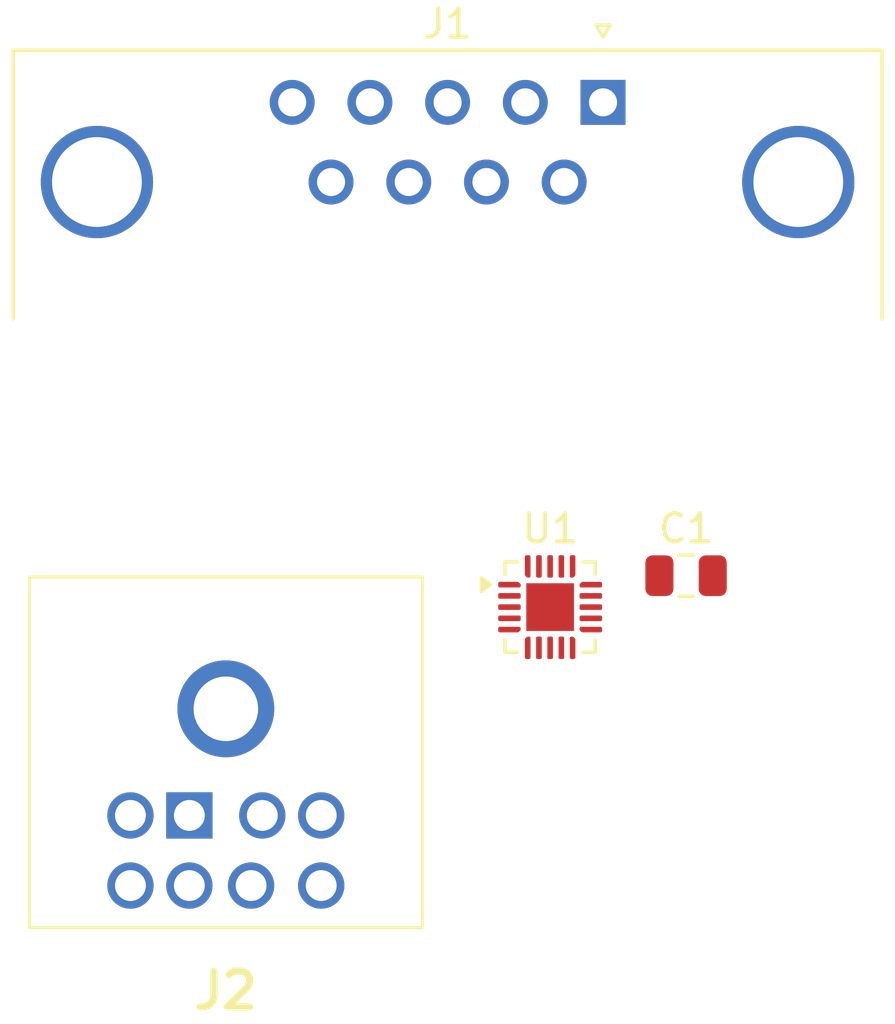
<source format=kicad_pcb>
(kicad_pcb (version 20241229) (generator "pcbnew") (generator_version "9.0")
  (layers (0 "F.Cu" signal) (2 "B.Cu" signal) (13 "F.Paste" user) (15 "B.Paste" user) (5 "F.SilkS" user "F.Silkscreen") (7 "B.SilkS" user "B.Silkscreen") (1 "F.Mask" user) (3 "B.Mask" user) (25 "Edge.Cuts" user))
  (net 0 "")
  (net 1 "GND")
  (net 2 "+5V")
  (net 3 "/D_Up")
  (net 4 "/BTN_A{slash}B")
  (net 5 "/BTN_S{slash}C")
  (net 6 "/D_Left")
  (net 7 "/Select")
  (net 8 "/D_Down")
  (net 9 "/D_Right")
  (net 12 "/RXD")
  (net 15 "/RTS")
  (footprint "Package_DFN_QFN:VQFN-20-1EP_3x3mm_P0.4mm_EP1.7x1.7mm" (layer "F.Cu") (at 165.455 99.37)
    (property "Reference" "U1" (at 0 -2.8 0) (layer "F.SilkS"))
    (property "Value" "ATtiny1616-M")
    (fp_line (start -1.61 -1.61) (end -1.16 -1.61) (stroke (width 0.12)) (layer "F.SilkS"))
    (fp_line (start -1.61 -1.16) (end -1.61 -1.61) (stroke (width 0.12)) (layer "F.SilkS"))
    (fp_line (start -1.61 1.61) (end -1.61 1.16) (stroke (width 0.12)) (layer "F.SilkS"))
    (fp_line (start -1.16 1.61) (end -1.61 1.61) (stroke (width 0.12)) (layer "F.SilkS"))
    (fp_line (start 1.16 -1.61) (end 1.61 -1.61) (stroke (width 0.12)) (layer "F.SilkS"))
    (fp_line (start 1.61 -1.61) (end 1.61 -1.16) (stroke (width 0.12)) (layer "F.SilkS"))
    (fp_line (start 1.61 1.16) (end 1.61 1.61) (stroke (width 0.12)) (layer "F.SilkS"))
    (fp_line (start 1.61 1.61) (end 1.16 1.61) (stroke (width 0.12)) (layer "F.SilkS"))
    (fp_poly (pts (xy -2.12 -0.8) (xy -2.45 -0.56) (xy -2.45 -1.04)) (stroke (width 0.12)) (fill yes) (layer "F.SilkS"))
    (pad "1" smd custom (at -1.45 -0.8) (size 0.143431 0.143431) (layers "F.Cu" "F.Mask" "F.Paste") (net 8 "/D_Down") (options (clearance outline) (anchor circle)) (primitives (gr_poly (pts (xy -0.35 -0.05) (xy 0.299289 -0.05) (xy 0.35 0.000711) (xy 0.35 0.05) (xy -0.35 0.05)) (width 0.1) (fill yes))))
    (pad "2" smd roundrect (at -1.45 -0.4) (size 0.8 0.2) (layers "F.Cu" "F.Mask" "F.Paste") (net 6 "/D_Left"))
    (pad "3" smd roundrect (at -1.45 0) (size 0.8 0.2) (layers "F.Cu" "F.Mask" "F.Paste") (net 1 "GND"))
    (pad "4" smd roundrect (at -1.45 0.4) (size 0.8 0.2) (layers "F.Cu" "F.Mask" "F.Paste") (net 2 "+5V"))
    (pad "5" smd custom (at -1.45 0.8) (size 0.143431 0.143431) (layers "F.Cu" "F.Mask" "F.Paste") (net 9 "/D_Right") (options (clearance outline) (anchor circle)) (primitives (gr_poly (pts (xy -0.35 -0.05) (xy 0.35 -0.05) (xy 0.35 -0.000711) (xy 0.299289 0.05) (xy -0.35 0.05)) (width 0.1) (fill yes))))
    (pad "6" smd custom (at -0.8 1.45) (size 0.143431 0.143431) (layers "F.Cu" "F.Mask" "F.Paste") (net 4 "/BTN_A{slash}B") (options (clearance outline) (anchor circle)) (primitives (gr_poly (pts (xy -0.05 -0.299289) (xy 0.000711 -0.35) (xy 0.05 -0.35) (xy 0.05 0.35) (xy -0.05 0.35)) (width 0.1) (fill yes))))
    (pad "7" smd roundrect (at -0.4 1.45) (size 0.2 0.8) (layers "F.Cu" "F.Mask" "F.Paste") (net 5 "/BTN_S{slash}C"))
    (pad "8" smd roundrect (at 0 1.45) (size 0.2 0.8) (layers "F.Cu" "F.Mask" "F.Paste") (net 7 "/Select"))
    (pad "9" smd roundrect (at 0.4 1.45) (size 0.2 0.8) (layers "F.Cu" "F.Mask" "F.Paste"))
    (pad "10" smd custom (at 0.8 1.45) (size 0.143431 0.143431) (layers "F.Cu" "F.Mask" "F.Paste") (net 15 "/RTS") (options (clearance outline) (anchor circle)) (primitives (gr_poly (pts (xy -0.05 -0.35) (xy -0.000711 -0.35) (xy 0.05 -0.299289) (xy 0.05 0.35) (xy -0.05 0.35)) (width 0.1) (fill yes))))
    (pad "11" smd custom (at 1.45 0.8) (size 0.143431 0.143431) (layers "F.Cu" "F.Mask" "F.Paste") (options (clearance outline) (anchor circle)) (primitives (gr_poly (pts (xy -0.35 -0.05) (xy 0.35 -0.05) (xy 0.35 0.05) (xy -0.299289 0.05) (xy -0.35 -0.000711)) (width 0.1) (fill yes))))
    (pad "12" smd roundrect (at 1.45 0.4) (size 0.8 0.2) (layers "F.Cu" "F.Mask" "F.Paste") (net 12 "/RXD"))
    (pad "13" smd roundrect (at 1.45 0) (size 0.8 0.2) (layers "F.Cu" "F.Mask" "F.Paste"))
    (pad "14" smd roundrect (at 1.45 -0.4) (size 0.8 0.2) (layers "F.Cu" "F.Mask" "F.Paste"))
    (pad "15" smd custom (at 1.45 -0.8) (size 0.143431 0.143431) (layers "F.Cu" "F.Mask" "F.Paste") (options (clearance outline) (anchor circle)) (primitives (gr_poly (pts (xy -0.35 0.000711) (xy -0.299289 -0.05) (xy 0.35 -0.05) (xy 0.35 0.05) (xy -0.35 0.05)) (width 0.1) (fill yes))))
    (pad "16" smd custom (at 0.8 -1.45) (size 0.143431 0.143431) (layers "F.Cu" "F.Mask" "F.Paste") (options (clearance outline) (anchor circle)) (primitives (gr_poly (pts (xy -0.05 -0.35) (xy 0.05 -0.35) (xy 0.05 0.299289) (xy -0.000711 0.35) (xy -0.05 0.35)) (width 0.1) (fill yes))))
    (pad "17" smd roundrect (at 0.4 -1.45) (size 0.2 0.8) (layers "F.Cu" "F.Mask" "F.Paste"))
    (pad "18" smd roundrect (at 0 -1.45) (size 0.2 0.8) (layers "F.Cu" "F.Mask" "F.Paste"))
    (pad "19" smd roundrect (at -0.4 -1.45) (size 0.2 0.8) (layers "F.Cu" "F.Mask" "F.Paste"))
    (pad "20" smd custom (at -0.8 -1.45) (size 0.143431 0.143431) (layers "F.Cu" "F.Mask" "F.Paste") (net 3 "/D_Up") (options (clearance outline) (anchor circle)) (primitives (gr_poly (pts (xy -0.05 -0.35) (xy 0.05 -0.35) (xy 0.05 0.35) (xy 0.000711 0.35) (xy -0.05 0.299289)) (width 0.1) (fill yes))))
    (pad "21" smd rect (at 0 0) (size 1.7 1.7) (property pad_prop_heatsink) (layers "F.Cu" "F.Mask") (net 1 "GND"))
  )
  (footprint "miniDIN:KMDGX8SN" (layer "F.Cu") (at 153.895 104.895)
    (property "Reference" "J2" (at 0 8.15 180) (layer "F.SilkS") (effects (font (size 1.27 1.27) (thickness 0.254))))
    (property "Value" "CDi" (hide yes))
    (fp_line (start -7 -6.6) (end -7 5.9) (stroke (width 0.1)) (layer "F.SilkS"))
    (fp_line (start -7 5.9) (end 7 5.9) (stroke (width 0.1)) (layer "F.SilkS"))
    (fp_line (start 7 -6.6) (end -7 -6.6) (stroke (width 0.1)) (layer "F.SilkS"))
    (fp_line (start 7 5.9) (end 7 -6.6) (stroke (width 0.1)) (layer "F.SilkS"))
    (pad "1" thru_hole rect (at -1.3 1.9 180) (size 1.65 1.65) (drill 1.1) (layers "*.Cu" "*.Mask"))
    (pad "2" thru_hole circle (at 1.3 1.9 180) (size 1.65 1.65) (drill 1.1) (layers "*.Cu" "*.Mask") (net 12 "/RXD"))
    (pad "3" thru_hole circle (at -3.4 1.9 180) (size 1.65 1.65) (drill 1.1) (layers "*.Cu" "*.Mask"))
    (pad "4" thru_hole circle (at -1.3 4.4 180) (size 1.65 1.65) (drill 1.1) (layers "*.Cu" "*.Mask"))
    (pad "5" thru_hole circle (at 3.4 1.9 180) (size 1.65 1.65) (drill 1.1) (layers "*.Cu" "*.Mask") (net 1 "GND"))
    (pad "6" thru_hole circle (at -3.4 4.4 180) (size 1.65 1.65) (drill 1.1) (layers "*.Cu" "*.Mask"))
    (pad "7" thru_hole circle (at 0.9 4.4 180) (size 1.65 1.65) (drill 1.1) (layers "*.Cu" "*.Mask") (net 15 "/RTS"))
    (pad "8" thru_hole circle (at 3.4 4.4 180) (size 1.65 1.65) (drill 1.1) (layers "*.Cu" "*.Mask") (net 2 "+5V"))
    (pad "MH" thru_hole circle (at 0 -1.9 180) (size 3.45 3.45) (drill 2.3) (layers "*.Cu" "*.Mask"))
  )
  (footprint "Connector_Dsub:DSUB-9_Socket_Horizontal_P2.77x2.84mm_EdgePinOffset4.94mm_Housed_MountingHolesOffset4.94mm" (layer "F.Cu") (at 167.34 81.379338)
    (property "Reference" "J1" (at -5.54 -2.8 0) (layer "F.SilkS"))
    (property "Value" "Genesis")
    (fp_line (start -21.025 -1.86) (end 9.945 -1.86) (stroke (width 0.12)) (layer "F.SilkS"))
    (fp_line (start -21.025 7.72) (end -21.025 -1.86) (stroke (width 0.12)) (layer "F.SilkS"))
    (fp_line (start -0.25 -2.754338) (end 0.25 -2.754338) (stroke (width 0.12)) (layer "F.SilkS"))
    (fp_line (start 0 -2.321325) (end -0.25 -2.754338) (stroke (width 0.12)) (layer "F.SilkS"))
    (fp_line (start 0.25 -2.754338) (end 0 -2.321325) (stroke (width 0.12)) (layer "F.SilkS"))
    (fp_line (start 9.945 -1.86) (end 9.945 7.72) (stroke (width 0.12)) (layer "F.SilkS"))
    (pad "0" thru_hole circle (at -18.04 2.84) (size 4 4) (drill 3.2) (layers "*.Cu" "*.Mask") (net 1 "GND"))
    (pad "0" thru_hole circle (at 6.96 2.84) (size 4 4) (drill 3.2) (layers "*.Cu" "*.Mask") (net 1 "GND"))
    (pad "1" thru_hole rect (at 0 0) (size 1.6 1.6) (drill 1) (layers "*.Cu" "*.Mask") (net 3 "/D_Up"))
    (pad "2" thru_hole circle (at -2.77 0) (size 1.6 1.6) (drill 1) (layers "*.Cu" "*.Mask") (net 8 "/D_Down"))
    (pad "3" thru_hole circle (at -5.54 0) (size 1.6 1.6) (drill 1) (layers "*.Cu" "*.Mask") (net 6 "/D_Left"))
    (pad "4" thru_hole circle (at -8.31 0) (size 1.6 1.6) (drill 1) (layers "*.Cu" "*.Mask") (net 9 "/D_Right"))
    (pad "5" thru_hole circle (at -11.08 0) (size 1.6 1.6) (drill 1) (layers "*.Cu" "*.Mask") (net 2 "+5V"))
    (pad "6" thru_hole circle (at -1.385 2.84) (size 1.6 1.6) (drill 1) (layers "*.Cu" "*.Mask") (net 4 "/BTN_A{slash}B"))
    (pad "7" thru_hole circle (at -4.155 2.84) (size 1.6 1.6) (drill 1) (layers "*.Cu" "*.Mask") (net 7 "/Select"))
    (pad "8" thru_hole circle (at -6.925 2.84) (size 1.6 1.6) (drill 1) (layers "*.Cu" "*.Mask") (net 1 "GND"))
    (pad "9" thru_hole circle (at -9.695 2.84) (size 1.6 1.6) (drill 1) (layers "*.Cu" "*.Mask") (net 5 "/BTN_S{slash}C"))
  )
  (footprint "Capacitor_SMD:C_0805_2012Metric" (layer "F.Cu") (at 170.3 98.25)
    (property "Reference" "C1" (at 0 -1.68 0) (layer "F.SilkS"))
    (property "Value" "1uF")
    (fp_line (start -0.261252 -0.735) (end 0.261252 -0.735) (stroke (width 0.12)) (layer "F.SilkS"))
    (fp_line (start -0.261252 0.735) (end 0.261252 0.735) (stroke (width 0.12)) (layer "F.SilkS"))
    (pad "1" smd roundrect (at -0.95 0) (size 1 1.45) (layers "F.Cu" "F.Mask" "F.Paste") (net 2 "+5V"))
    (pad "2" smd roundrect (at 0.95 0) (size 1 1.45) (layers "F.Cu" "F.Mask" "F.Paste") (net 1 "GND"))
  )
)
</source>
